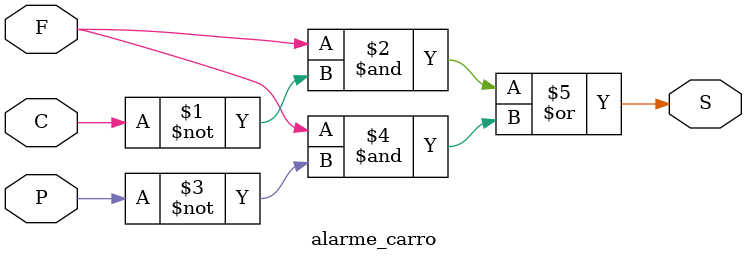
<source format=v>


	/*
	*
	* Nomes: Gabriel Augusto | Gabriel Araujo
	*
	*--------------------------------------------------*
	*
	* Projeto para fazer o comportamento do sinal de um carro quando o farol está acesso
	*/
	
	module alarme_carro (F, P, C, S);
	input F, P, C;
	output S;
	
	assign S = (F & ~C) | (F & ~P);
	
	
	endmodule
	
</source>
